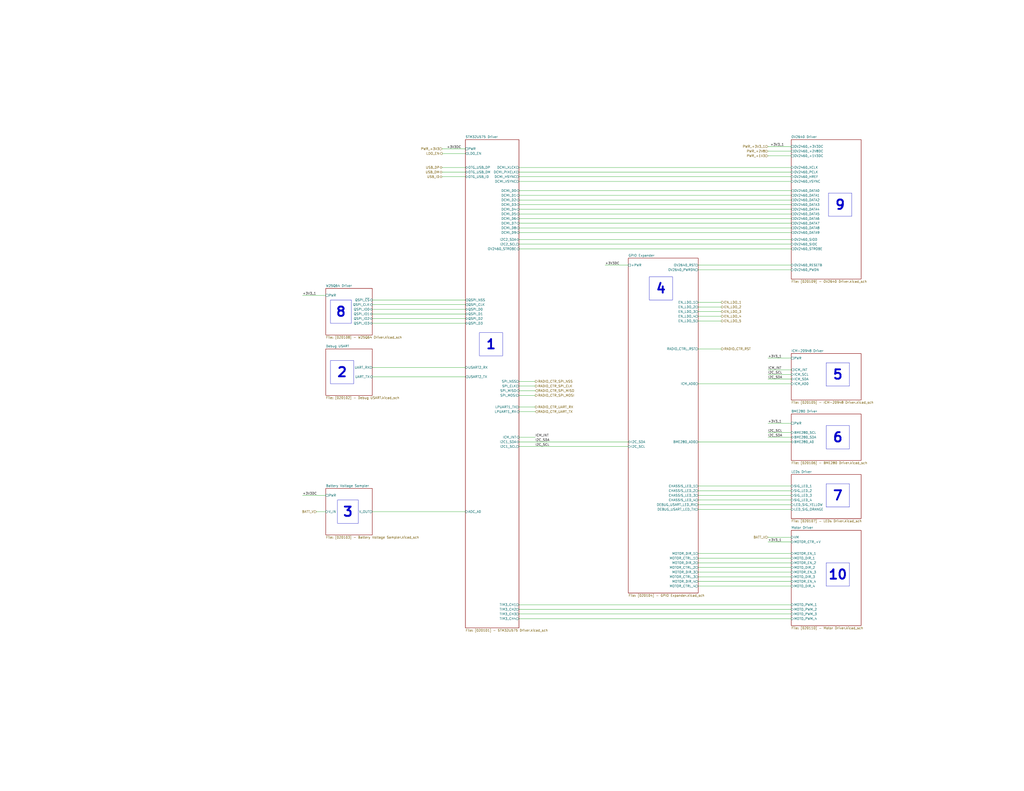
<source format=kicad_sch>
(kicad_sch
	(version 20231120)
	(generator "eeschema")
	(generator_version "8.0")
	(uuid "a042b1f2-44b3-43ca-b526-8268af8e5954")
	(paper "C")
	(title_block
		(title "Quadcopter")
		(date "2024-03-17")
		(rev "01")
		(company "Mend0z0")
		(comment 1 "01")
		(comment 2 "PRELIMINARY")
		(comment 3 "Siavash Taher Parvar")
		(comment 8 "N/A")
		(comment 9 "First Version")
	)
	(lib_symbols)
	(wire
		(pts
			(xy 381 170.18) (xy 393.7 170.18)
		)
		(stroke
			(width 0)
			(type default)
		)
		(uuid "0391d7b7-e8a2-4b6a-b879-d9ca4650c2db")
	)
	(wire
		(pts
			(xy 381 147.32) (xy 431.8 147.32)
		)
		(stroke
			(width 0)
			(type default)
		)
		(uuid "05df4c11-6933-48d8-92f2-1b872fa95e31")
	)
	(wire
		(pts
			(xy 283.21 133.35) (xy 431.8 133.35)
		)
		(stroke
			(width 0)
			(type default)
		)
		(uuid "0c7fcc01-84a1-4ef5-ad66-fcba27b0f3d0")
	)
	(wire
		(pts
			(xy 283.21 238.76) (xy 292.1 238.76)
		)
		(stroke
			(width 0)
			(type default)
		)
		(uuid "0ccf834d-1fd6-4748-a521-be4652660508")
	)
	(wire
		(pts
			(xy 241.3 91.44) (xy 254 91.44)
		)
		(stroke
			(width 0)
			(type default)
		)
		(uuid "0e572927-bed1-40b7-b0e0-b063f3cc93e7")
	)
	(wire
		(pts
			(xy 419.1 201.93) (xy 431.8 201.93)
		)
		(stroke
			(width 0)
			(type default)
		)
		(uuid "159a2b00-d996-4859-8522-4e6cf7bbc7ea")
	)
	(wire
		(pts
			(xy 381 309.88) (xy 431.8 309.88)
		)
		(stroke
			(width 0)
			(type default)
		)
		(uuid "1c999364-1b63-416d-a333-907e2b9cf02c")
	)
	(wire
		(pts
			(xy 283.21 210.82) (xy 292.1 210.82)
		)
		(stroke
			(width 0)
			(type default)
		)
		(uuid "1cb6ecd1-4e46-4269-b14d-fed15ab34912")
	)
	(wire
		(pts
			(xy 283.21 104.14) (xy 431.8 104.14)
		)
		(stroke
			(width 0)
			(type default)
		)
		(uuid "2282fb93-f09f-44e8-a445-98f2f965c8af")
	)
	(wire
		(pts
			(xy 241.3 93.98) (xy 254 93.98)
		)
		(stroke
			(width 0)
			(type default)
		)
		(uuid "233d9d78-bde9-483a-92fe-db5c50350067")
	)
	(wire
		(pts
			(xy 283.21 116.84) (xy 431.8 116.84)
		)
		(stroke
			(width 0)
			(type default)
		)
		(uuid "24abf305-6e26-44de-b441-59766ba672cd")
	)
	(wire
		(pts
			(xy 283.21 215.9) (xy 292.1 215.9)
		)
		(stroke
			(width 0)
			(type default)
		)
		(uuid "2609ba8a-3bfc-4b31-a0a2-a80a4a39774c")
	)
	(wire
		(pts
			(xy 419.1 207.01) (xy 431.8 207.01)
		)
		(stroke
			(width 0)
			(type default)
		)
		(uuid "2862980a-1a46-4694-ab6b-714d61052e21")
	)
	(wire
		(pts
			(xy 330.2 144.78) (xy 342.9 144.78)
		)
		(stroke
			(width 0)
			(type default)
		)
		(uuid "2d4bbef0-aa9c-4261-90ff-c292081328ce")
	)
	(wire
		(pts
			(xy 283.21 91.44) (xy 431.8 91.44)
		)
		(stroke
			(width 0)
			(type default)
		)
		(uuid "2dd7152d-1b98-4a38-abbe-3681c17cb926")
	)
	(wire
		(pts
			(xy 381 273.05) (xy 431.8 273.05)
		)
		(stroke
			(width 0)
			(type default)
		)
		(uuid "31b909e9-8fcd-4399-a9e9-74e1cd84fb49")
	)
	(wire
		(pts
			(xy 283.21 114.3) (xy 431.8 114.3)
		)
		(stroke
			(width 0)
			(type default)
		)
		(uuid "32190952-91d1-4d15-8acf-024915c900ae")
	)
	(wire
		(pts
			(xy 283.21 111.76) (xy 431.8 111.76)
		)
		(stroke
			(width 0)
			(type default)
		)
		(uuid "32a937ae-9ee5-4455-a79b-4d4d2afbe057")
	)
	(wire
		(pts
			(xy 381 144.78) (xy 431.8 144.78)
		)
		(stroke
			(width 0)
			(type default)
		)
		(uuid "340b4515-c7ec-489b-9ab1-e6489140d978")
	)
	(wire
		(pts
			(xy 381 167.64) (xy 393.7 167.64)
		)
		(stroke
			(width 0)
			(type default)
		)
		(uuid "37ee3c56-2497-4938-a195-a5fc6004d711")
	)
	(wire
		(pts
			(xy 283.21 109.22) (xy 431.8 109.22)
		)
		(stroke
			(width 0)
			(type default)
		)
		(uuid "3b636fb1-03da-473b-8e2c-d7bf8975ee0d")
	)
	(wire
		(pts
			(xy 203.2 173.99) (xy 254 173.99)
		)
		(stroke
			(width 0)
			(type default)
		)
		(uuid "3dd1c527-f9f2-46f8-b83c-cbf0bea48f79")
	)
	(wire
		(pts
			(xy 419.1 85.09) (xy 431.8 85.09)
		)
		(stroke
			(width 0)
			(type default)
		)
		(uuid "3fd4d969-406e-4347-be99-c8e1677f7c37")
	)
	(wire
		(pts
			(xy 172.72 279.4) (xy 177.8 279.4)
		)
		(stroke
			(width 0)
			(type default)
		)
		(uuid "42f00946-72af-4542-9e6f-958943e2528c")
	)
	(wire
		(pts
			(xy 419.1 82.55) (xy 431.8 82.55)
		)
		(stroke
			(width 0)
			(type default)
		)
		(uuid "45b8a1d4-fb94-45f8-aa4e-8e427b5c8603")
	)
	(wire
		(pts
			(xy 381 190.5) (xy 393.7 190.5)
		)
		(stroke
			(width 0)
			(type default)
		)
		(uuid "45b9d3b3-718e-46d9-a9fa-c192b3022df1")
	)
	(wire
		(pts
			(xy 381 172.72) (xy 393.7 172.72)
		)
		(stroke
			(width 0)
			(type default)
		)
		(uuid "45cf62ef-cff3-4ca5-9e9f-f91c75cdded1")
	)
	(wire
		(pts
			(xy 283.21 208.28) (xy 292.1 208.28)
		)
		(stroke
			(width 0)
			(type default)
		)
		(uuid "46901004-fec1-4632-b5af-d0e3ecbfe7c7")
	)
	(wire
		(pts
			(xy 381 278.13) (xy 431.8 278.13)
		)
		(stroke
			(width 0)
			(type default)
		)
		(uuid "521156e7-2aef-43a8-850a-4fe82e2c1941")
	)
	(wire
		(pts
			(xy 419.1 238.76) (xy 431.8 238.76)
		)
		(stroke
			(width 0)
			(type default)
		)
		(uuid "58210d8e-e36d-401b-b5dd-087b5b530e42")
	)
	(wire
		(pts
			(xy 419.1 195.58) (xy 431.8 195.58)
		)
		(stroke
			(width 0)
			(type default)
		)
		(uuid "594ef1bf-5f56-4f2c-90a3-c9caa23db1e7")
	)
	(wire
		(pts
			(xy 381 302.26) (xy 431.8 302.26)
		)
		(stroke
			(width 0)
			(type default)
		)
		(uuid "5a06c659-bfff-4f67-aa0d-9c7184039af1")
	)
	(wire
		(pts
			(xy 381 241.3) (xy 431.8 241.3)
		)
		(stroke
			(width 0)
			(type default)
		)
		(uuid "5b574416-65cd-4715-9a8c-355035b5b15a")
	)
	(wire
		(pts
			(xy 283.21 335.28) (xy 431.8 335.28)
		)
		(stroke
			(width 0)
			(type default)
		)
		(uuid "5c42f8d9-891c-400f-b59b-a9ce19ced130")
	)
	(wire
		(pts
			(xy 241.3 96.52) (xy 254 96.52)
		)
		(stroke
			(width 0)
			(type default)
		)
		(uuid "5cf78186-b1b3-4bf8-ab13-eecbfa4ea511")
	)
	(wire
		(pts
			(xy 283.21 121.92) (xy 431.8 121.92)
		)
		(stroke
			(width 0)
			(type default)
		)
		(uuid "622aebca-2582-4b3c-9b57-6b3ac6559582")
	)
	(wire
		(pts
			(xy 419.1 204.47) (xy 431.8 204.47)
		)
		(stroke
			(width 0)
			(type default)
		)
		(uuid "625d46ba-1608-482f-bf44-decf3e372c42")
	)
	(wire
		(pts
			(xy 241.3 83.82) (xy 254 83.82)
		)
		(stroke
			(width 0)
			(type default)
		)
		(uuid "66c4ab7d-7490-4f08-be34-a371cae7a08c")
	)
	(wire
		(pts
			(xy 419.1 231.14) (xy 431.8 231.14)
		)
		(stroke
			(width 0)
			(type default)
		)
		(uuid "71c8e92b-72d3-44d5-b9ec-4dd372b3d2a5")
	)
	(wire
		(pts
			(xy 283.21 106.68) (xy 431.8 106.68)
		)
		(stroke
			(width 0)
			(type default)
		)
		(uuid "721192de-1d0e-43aa-bdff-43a678506e57")
	)
	(wire
		(pts
			(xy 283.21 96.52) (xy 431.8 96.52)
		)
		(stroke
			(width 0)
			(type default)
		)
		(uuid "7304feac-91a8-4c18-8d8b-6f669f0adb8d")
	)
	(wire
		(pts
			(xy 381 317.5) (xy 431.8 317.5)
		)
		(stroke
			(width 0)
			(type default)
		)
		(uuid "824c48e8-ab53-4685-8a02-63855c244e90")
	)
	(wire
		(pts
			(xy 283.21 119.38) (xy 431.8 119.38)
		)
		(stroke
			(width 0)
			(type default)
		)
		(uuid "83bcb88f-df24-447c-8f28-a4ac9a421b3a")
	)
	(wire
		(pts
			(xy 381 265.43) (xy 431.8 265.43)
		)
		(stroke
			(width 0)
			(type default)
		)
		(uuid "87625a0d-86ec-4bef-9a20-41a460c72353")
	)
	(wire
		(pts
			(xy 381 312.42) (xy 431.8 312.42)
		)
		(stroke
			(width 0)
			(type default)
		)
		(uuid "8c582941-a862-450c-b34a-ca5919cc5cf1")
	)
	(wire
		(pts
			(xy 381 270.51) (xy 431.8 270.51)
		)
		(stroke
			(width 0)
			(type default)
		)
		(uuid "8caecbf1-7238-4bf0-bf2d-35ab1f318dcd")
	)
	(wire
		(pts
			(xy 381 165.1) (xy 393.7 165.1)
		)
		(stroke
			(width 0)
			(type default)
		)
		(uuid "8df277c7-4b07-4155-bb5a-26d8faed3781")
	)
	(wire
		(pts
			(xy 165.1 270.51) (xy 177.8 270.51)
		)
		(stroke
			(width 0)
			(type default)
		)
		(uuid "9844b852-54d8-4239-a24d-9deeafb3eb69")
	)
	(wire
		(pts
			(xy 381 314.96) (xy 431.8 314.96)
		)
		(stroke
			(width 0)
			(type default)
		)
		(uuid "a0ac0bc6-ea28-41d5-bc74-bf257f92d2dd")
	)
	(wire
		(pts
			(xy 381 304.8) (xy 431.8 304.8)
		)
		(stroke
			(width 0)
			(type default)
		)
		(uuid "a52927e9-cf65-41df-9611-e3be57a29409")
	)
	(wire
		(pts
			(xy 165.1 161.29) (xy 177.8 161.29)
		)
		(stroke
			(width 0)
			(type default)
		)
		(uuid "adb3c7ac-cc31-4fc8-87e5-328694354c05")
	)
	(wire
		(pts
			(xy 283.21 243.84) (xy 342.9 243.84)
		)
		(stroke
			(width 0)
			(type default)
		)
		(uuid "b13c8562-40b6-43ac-8aad-dfe7fde091ef")
	)
	(wire
		(pts
			(xy 203.2 200.66) (xy 254 200.66)
		)
		(stroke
			(width 0)
			(type default)
		)
		(uuid "b227c2f7-4f44-4809-94f4-197ba19a6390")
	)
	(wire
		(pts
			(xy 283.21 99.06) (xy 431.8 99.06)
		)
		(stroke
			(width 0)
			(type default)
		)
		(uuid "b758d2fe-ee8b-4ee3-94ea-763d476644d1")
	)
	(wire
		(pts
			(xy 381 267.97) (xy 431.8 267.97)
		)
		(stroke
			(width 0)
			(type default)
		)
		(uuid "b98f84f4-f9b0-4861-853d-86b8c4010dfd")
	)
	(wire
		(pts
			(xy 283.21 130.81) (xy 431.8 130.81)
		)
		(stroke
			(width 0)
			(type default)
		)
		(uuid "b9fb289a-5d57-48d4-8e2a-c2633e63f4d9")
	)
	(wire
		(pts
			(xy 381 320.04) (xy 431.8 320.04)
		)
		(stroke
			(width 0)
			(type default)
		)
		(uuid "ba406771-ad6c-4099-a2fa-71ad42bd831d")
	)
	(wire
		(pts
			(xy 283.21 224.79) (xy 292.1 224.79)
		)
		(stroke
			(width 0)
			(type default)
		)
		(uuid "bd98014b-e3f4-4084-b826-a8c160869f33")
	)
	(wire
		(pts
			(xy 283.21 330.2) (xy 431.8 330.2)
		)
		(stroke
			(width 0)
			(type default)
		)
		(uuid "bf0246d9-e150-43e7-b6ce-fce5dc7f48c6")
	)
	(wire
		(pts
			(xy 381 209.55) (xy 431.8 209.55)
		)
		(stroke
			(width 0)
			(type default)
		)
		(uuid "bfdd9c66-a41c-4c7f-83fa-3051ef14373d")
	)
	(wire
		(pts
			(xy 203.2 168.91) (xy 254 168.91)
		)
		(stroke
			(width 0)
			(type default)
		)
		(uuid "c363ad69-254a-4b50-ac67-a0f36ea07196")
	)
	(wire
		(pts
			(xy 203.2 205.74) (xy 254 205.74)
		)
		(stroke
			(width 0)
			(type default)
		)
		(uuid "c7ec565f-a042-4043-b903-b20dea69c513")
	)
	(wire
		(pts
			(xy 283.21 337.82) (xy 431.8 337.82)
		)
		(stroke
			(width 0)
			(type default)
		)
		(uuid "c8ebb576-d576-444b-bbfd-30eafb28fa67")
	)
	(wire
		(pts
			(xy 203.2 166.37) (xy 254 166.37)
		)
		(stroke
			(width 0)
			(type default)
		)
		(uuid "c9901e23-4189-478f-9695-5eafe417f28a")
	)
	(wire
		(pts
			(xy 203.2 163.83) (xy 254 163.83)
		)
		(stroke
			(width 0)
			(type default)
		)
		(uuid "ce0685da-6d15-4485-8f24-8511e13cfc31")
	)
	(wire
		(pts
			(xy 283.21 93.98) (xy 431.8 93.98)
		)
		(stroke
			(width 0)
			(type default)
		)
		(uuid "cf0e0746-75d0-4e9e-9dc7-0243ceffd078")
	)
	(wire
		(pts
			(xy 283.21 241.3) (xy 342.9 241.3)
		)
		(stroke
			(width 0)
			(type default)
		)
		(uuid "d3da8ef2-4cdf-4f4f-8e98-246da4161668")
	)
	(wire
		(pts
			(xy 381 175.26) (xy 393.7 175.26)
		)
		(stroke
			(width 0)
			(type default)
		)
		(uuid "e04efef8-6410-4be3-8e3a-88ee005147c0")
	)
	(wire
		(pts
			(xy 283.21 213.36) (xy 292.1 213.36)
		)
		(stroke
			(width 0)
			(type default)
		)
		(uuid "e0c78acb-14d5-4bcb-9cc1-6331559061f8")
	)
	(wire
		(pts
			(xy 419.1 293.37) (xy 431.8 293.37)
		)
		(stroke
			(width 0)
			(type default)
		)
		(uuid "e22bfc92-5579-4e86-a9de-f4f0149b40c1")
	)
	(wire
		(pts
			(xy 283.21 124.46) (xy 431.8 124.46)
		)
		(stroke
			(width 0)
			(type default)
		)
		(uuid "e5cf0b73-29a1-47e8-b048-d84aa433534a")
	)
	(wire
		(pts
			(xy 419.1 295.91) (xy 431.8 295.91)
		)
		(stroke
			(width 0)
			(type default)
		)
		(uuid "e6c366a2-6276-4f16-8d3d-44a62762f917")
	)
	(wire
		(pts
			(xy 381 307.34) (xy 431.8 307.34)
		)
		(stroke
			(width 0)
			(type default)
		)
		(uuid "e6e003a0-4f65-4616-bc64-00d56b6d2252")
	)
	(wire
		(pts
			(xy 203.2 279.4) (xy 254 279.4)
		)
		(stroke
			(width 0)
			(type default)
		)
		(uuid "e7322cb1-cdc9-4f0a-bdb0-643cda641c77")
	)
	(wire
		(pts
			(xy 419.1 236.22) (xy 431.8 236.22)
		)
		(stroke
			(width 0)
			(type default)
		)
		(uuid "eb487746-dad9-4168-922e-81215d086b73")
	)
	(wire
		(pts
			(xy 419.1 80.01) (xy 431.8 80.01)
		)
		(stroke
			(width 0)
			(type default)
		)
		(uuid "ed3a4a0d-7337-401e-9b1d-3b68602d51cd")
	)
	(wire
		(pts
			(xy 283.21 332.74) (xy 431.8 332.74)
		)
		(stroke
			(width 0)
			(type default)
		)
		(uuid "f32ee8b5-705d-42d1-b33a-46395e5d342c")
	)
	(wire
		(pts
			(xy 203.2 171.45) (xy 254 171.45)
		)
		(stroke
			(width 0)
			(type default)
		)
		(uuid "f413a649-fe02-4cb7-9d7a-64cbd1f16920")
	)
	(wire
		(pts
			(xy 203.2 176.53) (xy 254 176.53)
		)
		(stroke
			(width 0)
			(type default)
		)
		(uuid "f62b743a-1198-4d9d-acd5-23596a0a0e6e")
	)
	(wire
		(pts
			(xy 381 275.59) (xy 431.8 275.59)
		)
		(stroke
			(width 0)
			(type default)
		)
		(uuid "f7a76bea-084f-4d7e-a82d-9a8fb19f3e1c")
	)
	(wire
		(pts
			(xy 241.3 81.28) (xy 254 81.28)
		)
		(stroke
			(width 0)
			(type default)
		)
		(uuid "f85398a6-f500-4b5b-a9e4-75729117ce9b")
	)
	(wire
		(pts
			(xy 283.21 127) (xy 431.8 127)
		)
		(stroke
			(width 0)
			(type default)
		)
		(uuid "f8adfee1-b96e-4905-b8ed-a8de9669bcbf")
	)
	(wire
		(pts
			(xy 283.21 222.25) (xy 292.1 222.25)
		)
		(stroke
			(width 0)
			(type default)
		)
		(uuid "f9db8baa-8fae-48cc-b29d-fb6233d7a880")
	)
	(wire
		(pts
			(xy 283.21 135.89) (xy 431.8 135.89)
		)
		(stroke
			(width 0)
			(type default)
		)
		(uuid "fbe791cd-c5ef-4287-bfa6-46fc4bd52231")
	)
	(text_box "2"
		(exclude_from_sim no)
		(at 180.34 196.85 0)
		(size 12.7 12.7)
		(stroke
			(width 0)
			(type default)
		)
		(fill
			(type none)
		)
		(effects
			(font
				(size 5.08 5.08)
				(thickness 1.016)
				(bold yes)
			)
		)
		(uuid "22c11d91-2b9d-4a9b-8683-eb2b18cbc842")
	)
	(text_box "5"
		(exclude_from_sim no)
		(at 450.85 198.12 0)
		(size 12.7 12.7)
		(stroke
			(width 0)
			(type default)
		)
		(fill
			(type none)
		)
		(effects
			(font
				(size 5.08 5.08)
				(thickness 1.016)
				(bold yes)
			)
		)
		(uuid "8b12ae0a-a472-4912-94f6-203be66d2329")
	)
	(text_box "10"
		(exclude_from_sim no)
		(at 450.85 307.34 0)
		(size 12.7 12.7)
		(stroke
			(width 0)
			(type default)
		)
		(fill
			(type none)
		)
		(effects
			(font
				(size 5.08 5.08)
				(thickness 1.016)
				(bold yes)
			)
		)
		(uuid "9efde092-497a-448c-9cf4-d18f9dd011c3")
	)
	(text_box "9"
		(exclude_from_sim no)
		(at 452.12 105.41 0)
		(size 12.7 12.7)
		(stroke
			(width 0)
			(type default)
		)
		(fill
			(type none)
		)
		(effects
			(font
				(size 5.08 5.08)
				(thickness 1.016)
				(bold yes)
			)
		)
		(uuid "a65f60c8-dbcd-45b5-8767-8cf8288db5cd")
	)
	(text_box "1"
		(exclude_from_sim no)
		(at 261.62 181.61 0)
		(size 12.7 12.7)
		(stroke
			(width 0)
			(type default)
		)
		(fill
			(type none)
		)
		(effects
			(font
				(size 5.08 5.08)
				(thickness 1.016)
				(bold yes)
			)
		)
		(uuid "b7952802-61d4-4aca-8726-7c165ca78347")
	)
	(text_box "4"
		(exclude_from_sim no)
		(at 354.33 151.13 0)
		(size 12.7 12.7)
		(stroke
			(width 0)
			(type default)
		)
		(fill
			(type none)
		)
		(effects
			(font
				(size 5.08 5.08)
				(thickness 1.016)
				(bold yes)
			)
		)
		(uuid "cdb07b9e-d28d-4315-bf5c-521c8fd173e4")
	)
	(text_box "6"
		(exclude_from_sim no)
		(at 450.85 232.41 0)
		(size 12.7 12.7)
		(stroke
			(width 0)
			(type default)
		)
		(fill
			(type none)
		)
		(effects
			(font
				(size 5.08 5.08)
				(thickness 1.016)
				(bold yes)
			)
		)
		(uuid "d5aa30ec-e528-4c75-a673-b04b683813e8")
	)
	(text_box "8"
		(exclude_from_sim no)
		(at 180.34 163.83 0)
		(size 11.43 12.7)
		(stroke
			(width 0)
			(type default)
		)
		(fill
			(type none)
		)
		(effects
			(font
				(size 5.08 5.08)
				(thickness 1.016)
				(bold yes)
			)
		)
		(uuid "df59353d-8e78-4438-ae5b-c68a2bbeca18")
	)
	(text_box "3"
		(exclude_from_sim no)
		(at 184.15 273.05 0)
		(size 11.43 12.7)
		(stroke
			(width 0)
			(type default)
		)
		(fill
			(type none)
		)
		(effects
			(font
				(size 5.08 5.08)
				(thickness 1.016)
				(bold yes)
			)
		)
		(uuid "e94d2b75-8c7b-4ab1-b9db-1c21d4f65b8b")
	)
	(text_box "7"
		(exclude_from_sim no)
		(at 450.85 264.16 0)
		(size 12.7 12.7)
		(stroke
			(width 0)
			(type default)
		)
		(fill
			(type none)
		)
		(effects
			(font
				(size 5.08 5.08)
				(thickness 1.016)
				(bold yes)
			)
		)
		(uuid "e98305f1-f4f0-44a3-9032-5493d5484f2e")
	)
	(label "+3V3_1"
		(at 419.1 195.58 0)
		(fields_autoplaced yes)
		(effects
			(font
				(size 1.27 1.27)
			)
			(justify left bottom)
		)
		(uuid "07fe95e9-e3ec-49b3-86f8-db4b3f7afb8c")
	)
	(label "+3V3_1"
		(at 419.1 231.14 0)
		(fields_autoplaced yes)
		(effects
			(font
				(size 1.27 1.27)
			)
			(justify left bottom)
		)
		(uuid "1c807f11-7a46-4796-86b6-4f82848fb6c3")
	)
	(label "I2C_SCL"
		(at 292.1 243.84 0)
		(fields_autoplaced yes)
		(effects
			(font
				(size 1.27 1.27)
			)
			(justify left bottom)
		)
		(uuid "2cc913e4-e2a7-4051-9958-e70f64eee91c")
	)
	(label "ICM_INT"
		(at 419.1 201.93 0)
		(fields_autoplaced yes)
		(effects
			(font
				(size 1.27 1.27)
			)
			(justify left bottom)
		)
		(uuid "2ff741e9-0002-4a7a-8640-993ea77141e3")
	)
	(label "+3V3DC"
		(at 330.2 144.78 0)
		(fields_autoplaced yes)
		(effects
			(font
				(size 1.27 1.27)
			)
			(justify left bottom)
		)
		(uuid "415de365-3faa-4d89-ab83-74a9fc3c5445")
	)
	(label "I2C_SCL"
		(at 419.1 236.22 0)
		(fields_autoplaced yes)
		(effects
			(font
				(size 1.27 1.27)
			)
			(justify left bottom)
		)
		(uuid "440334b1-d90e-4cca-8019-abb3f30fa573")
	)
	(label "+3V3_1"
		(at 165.1 161.29 0)
		(fields_autoplaced yes)
		(effects
			(font
				(size 1.27 1.27)
			)
			(justify left bottom)
		)
		(uuid "74809ea0-bf4a-4bbc-a6eb-fe02aa63ef0c")
	)
	(label "I2C_SDA"
		(at 292.1 241.3 0)
		(fields_autoplaced yes)
		(effects
			(font
				(size 1.27 1.27)
			)
			(justify left bottom)
		)
		(uuid "8593bb7a-d674-4baf-a9ac-6b03ec210c50")
	)
	(label "I2C_SDA"
		(at 419.1 207.01 0)
		(fields_autoplaced yes)
		(effects
			(font
				(size 1.27 1.27)
			)
			(justify left bottom)
		)
		(uuid "992c3745-cfe3-4b61-a6e2-737b9290d6a7")
	)
	(label "+3V3DC"
		(at 165.1 270.51 0)
		(fields_autoplaced yes)
		(effects
			(font
				(size 1.27 1.27)
			)
			(justify left bottom)
		)
		(uuid "a7dc5e34-dbe5-4167-b9ed-5061dd2b1b32")
	)
	(label "+3V3_1"
		(at 419.1 295.91 0)
		(fields_autoplaced yes)
		(effects
			(font
				(size 1.27 1.27)
			)
			(justify left bottom)
		)
		(uuid "ab6b55f0-facf-4eba-9031-305a5aa3d7a5")
	)
	(label "+3V3DC"
		(at 243.84 81.28 0)
		(fields_autoplaced yes)
		(effects
			(font
				(size 1.27 1.27)
			)
			(justify left bottom)
		)
		(uuid "b0c88b89-a816-4a05-9b5b-a25deb6fba76")
	)
	(label "I2C_SCL"
		(at 419.1 204.47 0)
		(fields_autoplaced yes)
		(effects
			(font
				(size 1.27 1.27)
			)
			(justify left bottom)
		)
		(uuid "d281659d-cf65-4184-9e3b-d8b79ff1f644")
	)
	(label "ICM_INT"
		(at 292.1 238.76 0)
		(fields_autoplaced yes)
		(effects
			(font
				(size 1.27 1.27)
			)
			(justify left bottom)
		)
		(uuid "dd5e62cc-dacc-4475-8b72-662a88365760")
	)
	(label "I2C_SDA"
		(at 419.1 238.76 0)
		(fields_autoplaced yes)
		(effects
			(font
				(size 1.27 1.27)
			)
			(justify left bottom)
		)
		(uuid "f1c20b89-f22e-4e4b-8c53-71dbc1a6634d")
	)
	(label "+3V3_1"
		(at 420.37 80.01 0)
		(fields_autoplaced yes)
		(effects
			(font
				(size 1.27 1.27)
			)
			(justify left bottom)
		)
		(uuid "facc34e7-25db-4656-8e62-975c056a8e53")
	)
	(hierarchical_label "RADIO_CTR_SPI_NSS"
		(shape output)
		(at 292.1 208.28 0)
		(fields_autoplaced yes)
		(effects
			(font
				(size 1.27 1.27)
			)
			(justify left)
		)
		(uuid "01233956-6c46-426d-b68e-23459816a05b")
	)
	(hierarchical_label "RADIO_CTR_SPI_MISO"
		(shape input)
		(at 292.1 213.36 0)
		(fields_autoplaced yes)
		(effects
			(font
				(size 1.27 1.27)
			)
			(justify left)
		)
		(uuid "042aabe4-2b99-4f3e-9428-cbb30bbcf92f")
	)
	(hierarchical_label "USB_DP"
		(shape bidirectional)
		(at 241.3 91.44 180)
		(fields_autoplaced yes)
		(effects
			(font
				(size 1.27 1.27)
			)
			(justify right)
		)
		(uuid "10ecdbda-5d1c-4e93-b3a3-cbc2733d7104")
	)
	(hierarchical_label "RADIO_CTR_SPI_MOSI"
		(shape output)
		(at 292.1 215.9 0)
		(fields_autoplaced yes)
		(effects
			(font
				(size 1.27 1.27)
			)
			(justify left)
		)
		(uuid "1d9d5ad2-d2a4-4283-b872-f26898302b77")
	)
	(hierarchical_label "PWR_+3V3"
		(shape input)
		(at 241.3 81.28 180)
		(fields_autoplaced yes)
		(effects
			(font
				(size 1.27 1.27)
			)
			(justify right)
		)
		(uuid "2eb75a7b-c074-4a63-8240-4b2216fd29fb")
	)
	(hierarchical_label "USB_DM"
		(shape bidirectional)
		(at 241.3 93.98 180)
		(fields_autoplaced yes)
		(effects
			(font
				(size 1.27 1.27)
			)
			(justify right)
		)
		(uuid "352e634d-a718-418e-a2c2-d7b4c31906de")
	)
	(hierarchical_label "EN_LDO_5"
		(shape output)
		(at 393.7 175.26 0)
		(fields_autoplaced yes)
		(effects
			(font
				(size 1.27 1.27)
			)
			(justify left)
		)
		(uuid "3881d3b7-d592-46f1-8fe2-959d4565bf5f")
	)
	(hierarchical_label "RADIO_CTR_UART_TX"
		(shape input)
		(at 292.1 224.79 0)
		(fields_autoplaced yes)
		(effects
			(font
				(size 1.27 1.27)
			)
			(justify left)
		)
		(uuid "3fe4366c-401d-4652-a233-cdadad2376e9")
	)
	(hierarchical_label "BATT_V"
		(shape input)
		(at 419.1 293.37 180)
		(fields_autoplaced yes)
		(effects
			(font
				(size 1.27 1.27)
			)
			(justify right)
		)
		(uuid "46f21570-6acf-41d5-aae7-6994a13109b0")
	)
	(hierarchical_label "USB_ID"
		(shape bidirectional)
		(at 241.3 96.52 180)
		(fields_autoplaced yes)
		(effects
			(font
				(size 1.27 1.27)
			)
			(justify right)
		)
		(uuid "4eb60121-7f6c-4fef-9fa9-6e605cb59ba9")
	)
	(hierarchical_label "EN_LDO_1"
		(shape output)
		(at 393.7 165.1 0)
		(fields_autoplaced yes)
		(effects
			(font
				(size 1.27 1.27)
			)
			(justify left)
		)
		(uuid "57977fdd-7e65-4dfb-a940-41d9349a24ae")
	)
	(hierarchical_label "BATT_V"
		(shape input)
		(at 172.72 279.4 180)
		(fields_autoplaced yes)
		(effects
			(font
				(size 1.27 1.27)
			)
			(justify right)
		)
		(uuid "58fc2eb4-9eaf-4d58-93b2-5b2c6b599052")
	)
	(hierarchical_label "EN_LDO_2"
		(shape output)
		(at 393.7 167.64 0)
		(fields_autoplaced yes)
		(effects
			(font
				(size 1.27 1.27)
			)
			(justify left)
		)
		(uuid "5905fb4f-2fa3-4c81-97f5-a4b40b4d5f9e")
	)
	(hierarchical_label "PWR_+3V3_1"
		(shape input)
		(at 419.1 80.01 180)
		(fields_autoplaced yes)
		(effects
			(font
				(size 1.27 1.27)
			)
			(justify right)
		)
		(uuid "67ea35da-4cf6-4711-a6f1-f7156d7df33f")
	)
	(hierarchical_label "PWR_+1V3"
		(shape input)
		(at 419.1 85.09 180)
		(fields_autoplaced yes)
		(effects
			(font
				(size 1.27 1.27)
			)
			(justify right)
		)
		(uuid "72e486c5-7cb1-4718-a7cc-36ff77f3e731")
	)
	(hierarchical_label "EN_LDO_3"
		(shape output)
		(at 393.7 170.18 0)
		(fields_autoplaced yes)
		(effects
			(font
				(size 1.27 1.27)
			)
			(justify left)
		)
		(uuid "76f0115d-7a2a-4f8e-a963-6fd17f68af0d")
	)
	(hierarchical_label "RADIO_CTR_UART_RX"
		(shape output)
		(at 292.1 222.25 0)
		(fields_autoplaced yes)
		(effects
			(font
				(size 1.27 1.27)
			)
			(justify left)
		)
		(uuid "88e694e0-32f0-4e08-875e-2f0e822b44a5")
	)
	(hierarchical_label "RADIO_CTR_RST"
		(shape output)
		(at 393.7 190.5 0)
		(fields_autoplaced yes)
		(effects
			(font
				(size 1.27 1.27)
			)
			(justify left)
		)
		(uuid "952b1322-a7ad-4221-85bd-cab2c2dfd608")
	)
	(hierarchical_label "EN_LDO_4"
		(shape output)
		(at 393.7 172.72 0)
		(fields_autoplaced yes)
		(effects
			(font
				(size 1.27 1.27)
			)
			(justify left)
		)
		(uuid "a4ba7727-cd5c-4181-9325-bd7151f1bf74")
	)
	(hierarchical_label "PWR_+2V8"
		(shape input)
		(at 419.1 82.55 180)
		(fields_autoplaced yes)
		(effects
			(font
				(size 1.27 1.27)
			)
			(justify right)
		)
		(uuid "c5610668-6bf6-463d-87ae-5cfcdeb19d2c")
	)
	(hierarchical_label "LDO_EN"
		(shape output)
		(at 241.3 83.82 180)
		(fields_autoplaced yes)
		(effects
			(font
				(size 1.27 1.27)
			)
			(justify right)
		)
		(uuid "cb0a26b8-308f-4d91-90cc-60993d78784a")
	)
	(hierarchical_label "RADIO_CTR_SPI_CLK"
		(shape output)
		(at 292.1 210.82 0)
		(fields_autoplaced yes)
		(effects
			(font
				(size 1.27 1.27)
			)
			(justify left)
		)
		(uuid "f6aafd0c-72e9-4944-bdd3-b11c60957618")
	)
	(sheet
		(at 431.8 259.08)
		(size 38.1 24.13)
		(fields_autoplaced yes)
		(stroke
			(width 0.1524)
			(type solid)
		)
		(fill
			(color 0 0 0 0.0000)
		)
		(uuid "18b6f30a-cfd9-47dd-912b-fd9e3d81f3b7")
		(property "Sheetname" "LEDs Driver"
			(at 431.8 258.3684 0)
			(effects
				(font
					(size 1.27 1.27)
				)
				(justify left bottom)
			)
		)
		(property "Sheetfile" "[020107] - LEDs Driver.kicad_sch"
			(at 431.8 283.7946 0)
			(effects
				(font
					(size 1.27 1.27)
				)
				(justify left top)
			)
		)
		(pin "LED_SIG_ORANGE" input
			(at 431.8 278.13 180)
			(effects
				(font
					(size 1.27 1.27)
				)
				(justify left)
			)
			(uuid "a3d174d4-9b19-4bff-a0ef-38d3c38795b6")
		)
		(pin "SIG_LED_4" input
			(at 431.8 273.05 180)
			(effects
				(font
					(size 1.27 1.27)
				)
				(justify left)
			)
			(uuid "73150188-89ff-41d6-821d-860cbb7894fc")
		)
		(pin "SIG_LED_1" input
			(at 431.8 265.43 180)
			(effects
				(font
					(size 1.27 1.27)
				)
				(justify left)
			)
			(uuid "a0b651f1-74dd-4ccb-96b2-cb310af108e1")
		)
		(pin "SIG_LED_2" input
			(at 431.8 267.97 180)
			(effects
				(font
					(size 1.27 1.27)
				)
				(justify left)
			)
			(uuid "d118074c-5903-40fc-9464-f3335c6748b8")
		)
		(pin "SIG_LED_3" input
			(at 431.8 270.51 180)
			(effects
				(font
					(size 1.27 1.27)
				)
				(justify left)
			)
			(uuid "63c43014-536a-47a4-8b0e-8fa143560a87")
		)
		(pin "LED_SIG_YELLOW" input
			(at 431.8 275.59 180)
			(effects
				(font
					(size 1.27 1.27)
				)
				(justify left)
			)
			(uuid "1f0bc9b1-98e6-434c-a638-1d704356c63a")
		)
		(instances
			(project "_Sub_HW_Qcopter"
				(path "/b8703f06-b3da-4de2-b217-f104939b36e8/6184e84e-040e-4878-8152-76cf0b949e21/e826979f-4a88-401c-bba5-a1c30231907a"
					(page "14")
				)
			)
		)
	)
	(sheet
		(at 431.8 76.2)
		(size 38.1 76.2)
		(fields_autoplaced yes)
		(stroke
			(width 0.1524)
			(type solid)
		)
		(fill
			(color 0 0 0 0.0000)
		)
		(uuid "29d1a133-3303-4c4b-88c1-f88fdc03d51b")
		(property "Sheetname" "OV2640 Driver"
			(at 431.8 75.4884 0)
			(effects
				(font
					(size 1.27 1.27)
				)
				(justify left bottom)
			)
		)
		(property "Sheetfile" "[020109] - OV2640 Driver.kicad_sch"
			(at 431.8 152.9846 0)
			(effects
				(font
					(size 1.27 1.27)
				)
				(justify left top)
			)
		)
		(pin "OV2460_XCLK" input
			(at 431.8 91.44 180)
			(effects
				(font
					(size 1.27 1.27)
				)
				(justify left)
			)
			(uuid "ee0205a4-9bce-4ccd-a0d8-6056afc3b571")
		)
		(pin "OV2460_PCLK" input
			(at 431.8 93.98 180)
			(effects
				(font
					(size 1.27 1.27)
				)
				(justify left)
			)
			(uuid "fb9fb0d7-2b69-4208-b114-bcea3cc06104")
		)
		(pin "OV2460_SIOC" input
			(at 431.8 133.35 180)
			(effects
				(font
					(size 1.27 1.27)
				)
				(justify left)
			)
			(uuid "ea92b467-118c-4b2f-9a77-c5a65a3b53f5")
		)
		(pin "OV2460_SIOD" bidirectional
			(at 431.8 130.81 180)
			(effects
				(font
					(size 1.27 1.27)
				)
				(justify left)
			)
			(uuid "94c8c712-2e62-485f-ab14-c366b569d4f8")
		)
		(pin "OV2460_RESETB" input
			(at 431.8 144.78 180)
			(effects
				(font
					(size 1.27 1.27)
				)
				(justify left)
			)
			(uuid "5202cfcd-d0fe-456a-b65d-ab2f9052bd58")
		)
		(pin "OV2460_+2V8DC" passive
			(at 431.8 82.55 180)
			(effects
				(font
					(size 1.27 1.27)
				)
				(justify left)
			)
			(uuid "01605019-f66e-4abb-b82c-d86299009389")
		)
		(pin "OV2460_HREF" input
			(at 431.8 96.52 180)
			(effects
				(font
					(size 1.27 1.27)
				)
				(justify left)
			)
			(uuid "ed641165-96bc-49bc-9e53-d491d8ae447d")
		)
		(pin "OV2460_VSYNC" input
			(at 431.8 99.06 180)
			(effects
				(font
					(size 1.27 1.27)
				)
				(justify left)
			)
			(uuid "2893ed3d-bd0d-44fd-990f-604bd7105ddc")
		)
		(pin "OV2460_PWDN" input
			(at 431.8 147.32 180)
			(effects
				(font
					(size 1.27 1.27)
				)
				(justify left)
			)
			(uuid "c48fa15c-abc4-4613-a0f3-82ddbb69fa9a")
		)
		(pin "OV2460_+3V3DC" passive
			(at 431.8 80.01 180)
			(effects
				(font
					(size 1.27 1.27)
				)
				(justify left)
			)
			(uuid "f0f8fad7-733c-4924-bf19-a2a3b1cb86a4")
		)
		(pin "OV2460_+1V3DC" passive
			(at 431.8 85.09 180)
			(effects
				(font
					(size 1.27 1.27)
				)
				(justify left)
			)
			(uuid "d55fdd7f-ab41-4596-aa65-a38742ba4b45")
		)
		(pin "OV2460_STROBE" output
			(at 431.8 135.89 180)
			(effects
				(font
					(size 1.27 1.27)
				)
				(justify left)
			)
			(uuid "d2a9cd3d-9f4f-4e69-b7ce-731e797c387d")
		)
		(pin "OV2460_DATA0" output
			(at 431.8 104.14 180)
			(effects
				(font
					(size 1.27 1.27)
				)
				(justify left)
			)
			(uuid "a68c274f-7530-4fd6-9727-7b00bb7748b5")
		)
		(pin "OV2460_DATA2" output
			(at 431.8 109.22 180)
			(effects
				(font
					(size 1.27 1.27)
				)
				(justify left)
			)
			(uuid "2bad355d-6ade-4db7-bf2b-9426ee842b81")
		)
		(pin "OV2460_DATA3" output
			(at 431.8 111.76 180)
			(effects
				(font
					(size 1.27 1.27)
				)
				(justify left)
			)
			(uuid "0dd57d5e-e877-4dd2-9345-6fd71eb3f235")
		)
		(pin "OV2460_DATA1" output
			(at 431.8 106.68 180)
			(effects
				(font
					(size 1.27 1.27)
				)
				(justify left)
			)
			(uuid "90013d63-c639-4952-95ae-be6fd5819118")
		)
		(pin "OV2460_DATA5" output
			(at 431.8 116.84 180)
			(effects
				(font
					(size 1.27 1.27)
				)
				(justify left)
			)
			(uuid "e70959bc-4048-4c5c-8a00-3d513c2765f3")
		)
		(pin "OV2460_DATA4" output
			(at 431.8 114.3 180)
			(effects
				(font
					(size 1.27 1.27)
				)
				(justify left)
			)
			(uuid "b7c7a76d-a021-4ee3-96f7-c1fbacb23d03")
		)
		(pin "OV2460_DATA6" output
			(at 431.8 119.38 180)
			(effects
				(font
					(size 1.27 1.27)
				)
				(justify left)
			)
			(uuid "d2c46f07-48c6-467d-83ae-0d8caee22baa")
		)
		(pin "OV2460_DATA8" output
			(at 431.8 124.46 180)
			(effects
				(font
					(size 1.27 1.27)
				)
				(justify left)
			)
			(uuid "ae2f8592-149d-4b74-8581-424d21abbace")
		)
		(pin "OV2460_DATA9" output
			(at 431.8 127 180)
			(effects
				(font
					(size 1.27 1.27)
				)
				(justify left)
			)
			(uuid "4a430942-c8d4-4971-af7f-540a664888e0")
		)
		(pin "OV2460_DATA7" output
			(at 431.8 121.92 180)
			(effects
				(font
					(size 1.27 1.27)
				)
				(justify left)
			)
			(uuid "8df5531a-fec4-4d4c-b942-a5fb37afaded")
		)
		(instances
			(project "_Sub_HW_Qcopter"
				(path "/b8703f06-b3da-4de2-b217-f104939b36e8/6184e84e-040e-4878-8152-76cf0b949e21/e826979f-4a88-401c-bba5-a1c30231907a"
					(page "20")
				)
			)
		)
	)
	(sheet
		(at 254 76.2)
		(size 29.21 266.7)
		(fields_autoplaced yes)
		(stroke
			(width 0.1524)
			(type solid)
		)
		(fill
			(color 0 0 0 0.0000)
		)
		(uuid "4eee3e1d-9a89-4293-ad66-a6ef408897f9")
		(property "Sheetname" "STM32U575 Driver"
			(at 254 75.4884 0)
			(effects
				(font
					(size 1.27 1.27)
				)
				(justify left bottom)
			)
		)
		(property "Sheetfile" "[020101] - STM32U575 Driver.kicad_sch"
			(at 254 343.4846 0)
			(effects
				(font
					(size 1.27 1.27)
				)
				(justify left top)
			)
		)
		(pin "PWR" passive
			(at 254 81.28 180)
			(effects
				(font
					(size 1.27 1.27)
				)
				(justify left)
			)
			(uuid "aafac2b0-5f9f-482e-8ae3-4619f31098e1")
		)
		(pin "QSPI_D3" bidirectional
			(at 254 176.53 180)
			(effects
				(font
					(size 1.27 1.27)
				)
				(justify left)
			)
			(uuid "00c86917-7ee0-4c5b-89cf-c67fdb185c98")
		)
		(pin "TIM3_CH1" output
			(at 283.21 330.2 0)
			(effects
				(font
					(size 1.27 1.27)
				)
				(justify right)
			)
			(uuid "60c53283-f9d6-4c64-8668-5209dcffa746")
		)
		(pin "LPUART1_TX" output
			(at 283.21 222.25 0)
			(effects
				(font
					(size 1.27 1.27)
				)
				(justify right)
			)
			(uuid "5d1bb8fd-5cc9-426a-8a65-5408eb050492")
		)
		(pin "TIM3_CH2" output
			(at 283.21 332.74 0)
			(effects
				(font
					(size 1.27 1.27)
				)
				(justify right)
			)
			(uuid "628db5cb-4575-4e98-b006-1252a8bde9a2")
		)
		(pin "TIM3_CH3" output
			(at 283.21 335.28 0)
			(effects
				(font
					(size 1.27 1.27)
				)
				(justify right)
			)
			(uuid "29586716-bd53-4c68-b40e-f6bed224d57d")
		)
		(pin "I2C1_SDA" bidirectional
			(at 283.21 241.3 0)
			(effects
				(font
					(size 1.27 1.27)
				)
				(justify right)
			)
			(uuid "70367006-8590-4f0c-b0c8-b534aa9a7aa8")
		)
		(pin "I2C1_SCL" output
			(at 283.21 243.84 0)
			(effects
				(font
					(size 1.27 1.27)
				)
				(justify right)
			)
			(uuid "1de27848-cf4e-4ebd-96c5-2906ffad22ab")
		)
		(pin "TIM3_CH4" output
			(at 283.21 337.82 0)
			(effects
				(font
					(size 1.27 1.27)
				)
				(justify right)
			)
			(uuid "fc8e189f-11cb-4fb4-a3f2-fa3fee8f1f08")
		)
		(pin "DCMI_VSYNC" output
			(at 283.21 99.06 0)
			(effects
				(font
					(size 1.27 1.27)
				)
				(justify right)
			)
			(uuid "4280c4ce-b311-4578-8d4e-d644271a3b4b")
		)
		(pin "LPUART1_RX" input
			(at 283.21 224.79 0)
			(effects
				(font
					(size 1.27 1.27)
				)
				(justify right)
			)
			(uuid "97320324-c6fd-455e-bea4-e1721e1d3b52")
		)
		(pin "DCMI_PIXCLK" output
			(at 283.21 93.98 0)
			(effects
				(font
					(size 1.27 1.27)
				)
				(justify right)
			)
			(uuid "f4ccdd9d-cb61-48ee-b14a-b77f57a6b3e2")
		)
		(pin "DCMI_HSYNC" output
			(at 283.21 96.52 0)
			(effects
				(font
					(size 1.27 1.27)
				)
				(justify right)
			)
			(uuid "fc267d0c-ae35-4756-bb6c-7bf9f36b8e21")
		)
		(pin "ADC_A0" input
			(at 254 279.4 180)
			(effects
				(font
					(size 1.27 1.27)
				)
				(justify left)
			)
			(uuid "c2903371-f3f2-4477-883f-2de773fc61b6")
		)
		(pin "I2C2_SDA" bidirectional
			(at 283.21 130.81 0)
			(effects
				(font
					(size 1.27 1.27)
				)
				(justify right)
			)
			(uuid "de4d9180-84f1-45b1-8169-e9b8984ece3c")
		)
		(pin "I2C2_SCL" output
			(at 283.21 133.35 0)
			(effects
				(font
					(size 1.27 1.27)
				)
				(justify right)
			)
			(uuid "86b33e6d-c884-4d45-8eb6-46388bf44c35")
		)
		(pin "QSPI_D1" bidirectional
			(at 254 171.45 180)
			(effects
				(font
					(size 1.27 1.27)
				)
				(justify left)
			)
			(uuid "e8248b1d-d7e1-4aaf-9e3e-12f0a782eaa1")
		)
		(pin "QSPI_D0" bidirectional
			(at 254 168.91 180)
			(effects
				(font
					(size 1.27 1.27)
				)
				(justify left)
			)
			(uuid "249ca421-a23a-44e3-b391-90f8d129000b")
		)
		(pin "QSPI_D2" bidirectional
			(at 254 173.99 180)
			(effects
				(font
					(size 1.27 1.27)
				)
				(justify left)
			)
			(uuid "aee3cba6-e735-4ea6-a42c-c01eab94aba7")
		)
		(pin "DCMI_D6" input
			(at 283.21 119.38 0)
			(effects
				(font
					(size 1.27 1.27)
				)
				(justify right)
			)
			(uuid "ca792d43-27bc-443a-ab60-b797c8986138")
		)
		(pin "DCMI_D7" input
			(at 283.21 121.92 0)
			(effects
				(font
					(size 1.27 1.27)
				)
				(justify right)
			)
			(uuid "e2f8a410-e195-4c1d-86af-6c63b0feadba")
		)
		(pin "DCMI_D4" input
			(at 283.21 114.3 0)
			(effects
				(font
					(size 1.27 1.27)
				)
				(justify right)
			)
			(uuid "99ae0700-0cae-43a7-9cce-7d534a6f4a0a")
		)
		(pin "DCMI_D0" input
			(at 283.21 104.14 0)
			(effects
				(font
					(size 1.27 1.27)
				)
				(justify right)
			)
			(uuid "17f0e2a8-ddab-4a87-9306-180df7d481cb")
		)
		(pin "DCMI_D1" input
			(at 283.21 106.68 0)
			(effects
				(font
					(size 1.27 1.27)
				)
				(justify right)
			)
			(uuid "84a1c305-7346-4c53-a78a-9286c9dea86b")
		)
		(pin "DCMI_D3" input
			(at 283.21 111.76 0)
			(effects
				(font
					(size 1.27 1.27)
				)
				(justify right)
			)
			(uuid "031a158d-6172-4cf2-a5f5-b79ef7942cd5")
		)
		(pin "DCMI_D2" input
			(at 283.21 109.22 0)
			(effects
				(font
					(size 1.27 1.27)
				)
				(justify right)
			)
			(uuid "5b9b2832-9fb7-4465-ab9f-70700e98b2f8")
		)
		(pin "DCMI_D8" input
			(at 283.21 124.46 0)
			(effects
				(font
					(size 1.27 1.27)
				)
				(justify right)
			)
			(uuid "d82c1637-675a-4e6e-a1b5-bdf2aa5c1971")
		)
		(pin "DCMI_D5" input
			(at 283.21 116.84 0)
			(effects
				(font
					(size 1.27 1.27)
				)
				(justify right)
			)
			(uuid "e5568162-1014-46bd-b63b-e9614ed631c7")
		)
		(pin "DCMI_D9" input
			(at 283.21 127 0)
			(effects
				(font
					(size 1.27 1.27)
				)
				(justify right)
			)
			(uuid "15444727-ff6a-4dad-bd14-24907371f5d0")
		)
		(pin "QSPI_NSS" output
			(at 254 163.83 180)
			(effects
				(font
					(size 1.27 1.27)
				)
				(justify left)
			)
			(uuid "30be3587-7949-49c2-b8bb-9ad3917e0d12")
		)
		(pin "QSPI_CLK" output
			(at 254 166.37 180)
			(effects
				(font
					(size 1.27 1.27)
				)
				(justify left)
			)
			(uuid "f0303295-e8ca-4089-bdb6-0e870fa098d1")
		)
		(pin "SPI_NSS" output
			(at 283.21 208.28 0)
			(effects
				(font
					(size 1.27 1.27)
				)
				(justify right)
			)
			(uuid "4a989504-adf2-4040-95c1-9d6d422a46bb")
		)
		(pin "SPI_CLK" output
			(at 283.21 210.82 0)
			(effects
				(font
					(size 1.27 1.27)
				)
				(justify right)
			)
			(uuid "7e3ce71f-723d-4a19-9c13-1e2ca801f488")
		)
		(pin "SPI_MISO" input
			(at 283.21 213.36 0)
			(effects
				(font
					(size 1.27 1.27)
				)
				(justify right)
			)
			(uuid "17a39746-ff0b-4d2b-a3ec-d4d98f151c73")
		)
		(pin "SPI_MOSI" output
			(at 283.21 215.9 0)
			(effects
				(font
					(size 1.27 1.27)
				)
				(justify right)
			)
			(uuid "7c7a27b2-8592-4fb7-9512-8b335cee2fe5")
		)
		(pin "ICM_INT" input
			(at 283.21 238.76 0)
			(effects
				(font
					(size 1.27 1.27)
				)
				(justify right)
			)
			(uuid "dc5dde4e-926c-4789-b33b-767d55c711a5")
		)
		(pin "DCMI_XLCK" output
			(at 283.21 91.44 0)
			(effects
				(font
					(size 1.27 1.27)
				)
				(justify right)
			)
			(uuid "7811e8b6-1341-433c-8bf9-3f7d21e87137")
		)
		(pin "OTG_USB_DP" bidirectional
			(at 254 91.44 180)
			(effects
				(font
					(size 1.27 1.27)
				)
				(justify left)
			)
			(uuid "686ca29e-79d4-41d6-9322-265f3f130e0c")
		)
		(pin "OTG_USB_ID" bidirectional
			(at 254 96.52 180)
			(effects
				(font
					(size 1.27 1.27)
				)
				(justify left)
			)
			(uuid "8a6a6caa-1d1a-4cad-a1bf-2b4313cb50b6")
		)
		(pin "OTG_USB_DM" bidirectional
			(at 254 93.98 180)
			(effects
				(font
					(size 1.27 1.27)
				)
				(justify left)
			)
			(uuid "b86230de-0179-44b6-a993-43d1d2ee9a77")
		)
		(pin "USART2_TX" output
			(at 254 205.74 180)
			(effects
				(font
					(size 1.27 1.27)
				)
				(justify left)
			)
			(uuid "0c321efb-9bb7-43b4-8b6c-122a5546f992")
		)
		(pin "USART2_RX" input
			(at 254 200.66 180)
			(effects
				(font
					(size 1.27 1.27)
				)
				(justify left)
			)
			(uuid "e6bcd729-a73e-46e2-add2-314a05fc77fb")
		)
		(pin "LDO_EN" output
			(at 254 83.82 180)
			(effects
				(font
					(size 1.27 1.27)
				)
				(justify left)
			)
			(uuid "b886de22-f628-403e-b999-b6ef0c8d32f8")
		)
		(pin "OV2460_STROBE" input
			(at 283.21 135.89 0)
			(effects
				(font
					(size 1.27 1.27)
				)
				(justify right)
			)
			(uuid "d2d76a23-d61d-4443-9db6-922ef8efd279")
		)
		(instances
			(project "_Sub_HW_Qcopter"
				(path "/b8703f06-b3da-4de2-b217-f104939b36e8/6184e84e-040e-4878-8152-76cf0b949e21/e826979f-4a88-401c-bba5-a1c30231907a"
					(page "5")
				)
			)
		)
	)
	(sheet
		(at 431.8 226.06)
		(size 38.1 25.4)
		(fields_autoplaced yes)
		(stroke
			(width 0.1524)
			(type solid)
		)
		(fill
			(color 0 0 0 0.0000)
		)
		(uuid "7a540dfe-93f1-48cd-8581-75ca2f9935cb")
		(property "Sheetname" "BME280 Driver"
			(at 431.8 225.3484 0)
			(effects
				(font
					(size 1.27 1.27)
				)
				(justify left bottom)
			)
		)
		(property "Sheetfile" "[020106] - BME280 Driver.kicad_sch"
			(at 431.8 252.0446 0)
			(effects
				(font
					(size 1.27 1.27)
				)
				(justify left top)
			)
		)
		(pin "BME280_SCL" input
			(at 431.8 236.22 180)
			(effects
				(font
					(size 1.27 1.27)
				)
				(justify left)
			)
			(uuid "d33dddb5-3b67-4343-8033-b1a416eb4331")
		)
		(pin "BME280_A0" bidirectional
			(at 431.8 241.3 180)
			(effects
				(font
					(size 1.27 1.27)
				)
				(justify left)
			)
			(uuid "bd3a65c9-4af0-4dbf-9c58-2fc827bc1381")
		)
		(pin "BME280_SDA" bidirectional
			(at 431.8 238.76 180)
			(effects
				(font
					(size 1.27 1.27)
				)
				(justify left)
			)
			(uuid "0387b3e9-0728-42c8-bd31-aed2bd179708")
		)
		(pin "PWR" passive
			(at 431.8 231.14 180)
			(effects
				(font
					(size 1.27 1.27)
				)
				(justify left)
			)
			(uuid "5c73a2e7-67a7-450c-b202-d1e375adf1d8")
		)
		(instances
			(project "_Sub_HW_Qcopter"
				(path "/b8703f06-b3da-4de2-b217-f104939b36e8/6184e84e-040e-4878-8152-76cf0b949e21/e826979f-4a88-401c-bba5-a1c30231907a"
					(page "13")
				)
			)
		)
	)
	(sheet
		(at 177.8 266.7)
		(size 25.4 25.4)
		(fields_autoplaced yes)
		(stroke
			(width 0.1524)
			(type solid)
		)
		(fill
			(color 0 0 0 0.0000)
		)
		(uuid "bcf2e24e-a5dc-47a6-bec1-3779f9307521")
		(property "Sheetname" "Battery Voltage Sampler"
			(at 177.8 265.9884 0)
			(effects
				(font
					(size 1.27 1.27)
				)
				(justify left bottom)
			)
		)
		(property "Sheetfile" "[020103] - Battery Voltage Sampler.kicad_sch"
			(at 177.8 292.6846 0)
			(effects
				(font
					(size 1.27 1.27)
				)
				(justify left top)
			)
		)
		(pin "V_IN" input
			(at 177.8 279.4 180)
			(effects
				(font
					(size 1.27 1.27)
				)
				(justify left)
			)
			(uuid "a4f3a047-78e8-4bb5-9cd2-d4ad77cc7e91")
		)
		(pin "V_OUT" output
			(at 203.2 279.4 0)
			(effects
				(font
					(size 1.27 1.27)
				)
				(justify right)
			)
			(uuid "f4db2e73-85e7-4509-a942-acb9bcb4befc")
		)
		(pin "PWR" passive
			(at 177.8 270.51 180)
			(effects
				(font
					(size 1.27 1.27)
				)
				(justify left)
			)
			(uuid "c3f2b503-8771-482f-8bf0-6000fcd17a77")
		)
		(instances
			(project "_Sub_HW_Qcopter"
				(path "/b8703f06-b3da-4de2-b217-f104939b36e8/6184e84e-040e-4878-8152-76cf0b949e21/e826979f-4a88-401c-bba5-a1c30231907a"
					(page "7")
				)
			)
		)
	)
	(sheet
		(at 431.8 193.04)
		(size 38.1 25.4)
		(fields_autoplaced yes)
		(stroke
			(width 0.1524)
			(type solid)
		)
		(fill
			(color 0 0 0 0.0000)
		)
		(uuid "d6ab115a-235e-42ae-89e7-f46f758fee81")
		(property "Sheetname" "ICM-20948 Driver"
			(at 431.8 192.3284 0)
			(effects
				(font
					(size 1.27 1.27)
				)
				(justify left bottom)
			)
		)
		(property "Sheetfile" "[020105] - ICM-20948 Driver.kicad_sch"
			(at 431.8 219.0246 0)
			(effects
				(font
					(size 1.27 1.27)
				)
				(justify left top)
			)
		)
		(pin "PWR" passive
			(at 431.8 195.58 180)
			(effects
				(font
					(size 1.27 1.27)
				)
				(justify left)
			)
			(uuid "918d3526-f626-4a91-a17c-6d96fc43e1e3")
		)
		(pin "ICM_AD0" input
			(at 431.8 209.55 180)
			(effects
				(font
					(size 1.27 1.27)
				)
				(justify left)
			)
			(uuid "0998bfd9-4e6a-4d32-9e6c-e528ea015c38")
		)
		(pin "ICM_SCL" input
			(at 431.8 204.47 180)
			(effects
				(font
					(size 1.27 1.27)
				)
				(justify left)
			)
			(uuid "1eb43a86-8ebc-42aa-acc4-02369fb4ed25")
		)
		(pin "ICM_SDA" bidirectional
			(at 431.8 207.01 180)
			(effects
				(font
					(size 1.27 1.27)
				)
				(justify left)
			)
			(uuid "095cce5b-0b5a-48df-80ae-a58b7a683a81")
		)
		(pin "ICM_INT" output
			(at 431.8 201.93 180)
			(effects
				(font
					(size 1.27 1.27)
				)
				(justify left)
			)
			(uuid "5b7dc767-6cd9-43ed-9e4f-b9bcd02baee7")
		)
		(instances
			(project "_Sub_HW_Qcopter"
				(path "/b8703f06-b3da-4de2-b217-f104939b36e8/6184e84e-040e-4878-8152-76cf0b949e21/e826979f-4a88-401c-bba5-a1c30231907a"
					(page "12")
				)
			)
		)
	)
	(sheet
		(at 177.8 157.48)
		(size 25.4 25.4)
		(fields_autoplaced yes)
		(stroke
			(width 0.1524)
			(type solid)
		)
		(fill
			(color 0 0 0 0.0000)
		)
		(uuid "e9fb8b8e-a3bc-42c8-a6f2-2206c944e574")
		(property "Sheetname" "W25Q64 Driver"
			(at 177.8 156.7684 0)
			(effects
				(font
					(size 1.27 1.27)
				)
				(justify left bottom)
			)
		)
		(property "Sheetfile" "[020108] - W25Q64 Driver.kicad_sch"
			(at 177.8 183.4646 0)
			(effects
				(font
					(size 1.27 1.27)
				)
				(justify left top)
			)
		)
		(pin "QSPI_IO1" bidirectional
			(at 203.2 171.45 0)
			(effects
				(font
					(size 1.27 1.27)
				)
				(justify right)
			)
			(uuid "1409df7c-223a-4640-82dd-0e0cfafd9080")
		)
		(pin "QSPI_IO2" bidirectional
			(at 203.2 173.99 0)
			(effects
				(font
					(size 1.27 1.27)
				)
				(justify right)
			)
			(uuid "a68d9d03-3417-4082-bc93-96b282456b8b")
		)
		(pin "QSPI_IO0" bidirectional
			(at 203.2 168.91 0)
			(effects
				(font
					(size 1.27 1.27)
				)
				(justify right)
			)
			(uuid "0ad97cf0-64e3-42ea-aeff-74346b3aff71")
		)
		(pin "QSPI_IO3" bidirectional
			(at 203.2 176.53 0)
			(effects
				(font
					(size 1.27 1.27)
				)
				(justify right)
			)
			(uuid "239afc20-26e6-49e6-9c54-9ea47eeb09b9")
		)
		(pin "QSPI_~{CS}" input
			(at 203.2 163.83 0)
			(effects
				(font
					(size 1.27 1.27)
				)
				(justify right)
			)
			(uuid "1da0b9d1-6c8b-4519-8168-061ad5c40409")
		)
		(pin "QSPI_CLK" input
			(at 203.2 166.37 0)
			(effects
				(font
					(size 1.27 1.27)
				)
				(justify right)
			)
			(uuid "ebfa29aa-0194-48ee-aacd-e4e7a267300a")
		)
		(pin "PWR" passive
			(at 177.8 161.29 180)
			(effects
				(font
					(size 1.27 1.27)
				)
				(justify left)
			)
			(uuid "5a759d6e-a790-4c6d-a2a9-9e05ce4ca5ef")
		)
		(instances
			(project "_Sub_HW_Qcopter"
				(path "/b8703f06-b3da-4de2-b217-f104939b36e8/6184e84e-040e-4878-8152-76cf0b949e21/e826979f-4a88-401c-bba5-a1c30231907a"
					(page "19")
				)
			)
		)
	)
	(sheet
		(at 431.8 289.56)
		(size 38.1 52.07)
		(fields_autoplaced yes)
		(stroke
			(width 0.1524)
			(type solid)
		)
		(fill
			(color 0 0 0 0.0000)
		)
		(uuid "f53faaca-3dbe-4009-9903-5908d6fb2aee")
		(property "Sheetname" "Motor Driver"
			(at 431.8 288.8484 0)
			(effects
				(font
					(size 1.27 1.27)
				)
				(justify left bottom)
			)
		)
		(property "Sheetfile" "[020110] - Motor Driver.kicad_sch"
			(at 431.8 342.2146 0)
			(effects
				(font
					(size 1.27 1.27)
				)
				(justify left top)
			)
		)
		(pin "MOTO_DIR_4" input
			(at 431.8 320.04 180)
			(effects
				(font
					(size 1.27 1.27)
				)
				(justify left)
			)
			(uuid "fe8635d6-ffc0-4c0e-bd40-01e00ef3a911")
		)
		(pin "MOTO_DIR_3" input
			(at 431.8 314.96 180)
			(effects
				(font
					(size 1.27 1.27)
				)
				(justify left)
			)
			(uuid "1cbf2da6-e141-4ffe-8805-24cd954880e3")
		)
		(pin "MOTOR_EN_4" input
			(at 431.8 317.5 180)
			(effects
				(font
					(size 1.27 1.27)
				)
				(justify left)
			)
			(uuid "8ce40f2a-e9a4-4150-b13f-88dd3b9e51fb")
		)
		(pin "MOTO_PWM_3" input
			(at 431.8 335.28 180)
			(effects
				(font
					(size 1.27 1.27)
				)
				(justify left)
			)
			(uuid "0b09f08a-5646-445d-bfdd-d32381f1c1bf")
		)
		(pin "MOTOR_EN_3" input
			(at 431.8 312.42 180)
			(effects
				(font
					(size 1.27 1.27)
				)
				(justify left)
			)
			(uuid "9ad61094-ff72-4334-b320-f118411bc450")
		)
		(pin "MOTO_PWM_4" input
			(at 431.8 337.82 180)
			(effects
				(font
					(size 1.27 1.27)
				)
				(justify left)
			)
			(uuid "4605a49e-0fcb-4f29-8692-3cf30ec1c813")
		)
		(pin "MOTO_DIR_1" input
			(at 431.8 304.8 180)
			(effects
				(font
					(size 1.27 1.27)
				)
				(justify left)
			)
			(uuid "a0126259-6bb3-41d1-a0c5-1ac61ae09966")
		)
		(pin "MOTOR_EN_1" input
			(at 431.8 302.26 180)
			(effects
				(font
					(size 1.27 1.27)
				)
				(justify left)
			)
			(uuid "f9044f9d-6de6-4ce1-87cf-a413d6c91041")
		)
		(pin "MOTO_PWM_1" input
			(at 431.8 330.2 180)
			(effects
				(font
					(size 1.27 1.27)
				)
				(justify left)
			)
			(uuid "5a61d7f3-7e5a-446e-a709-768763ff1873")
		)
		(pin "MOTOR_CTR_+V" input
			(at 431.8 295.91 180)
			(effects
				(font
					(size 1.27 1.27)
				)
				(justify left)
			)
			(uuid "851f836f-a212-4d43-a12c-a39153f2ce6e")
		)
		(pin "MOTO_DIR_2" input
			(at 431.8 309.88 180)
			(effects
				(font
					(size 1.27 1.27)
				)
				(justify left)
			)
			(uuid "07ecef4b-d0e6-482c-8e75-4c5920f0c9f3")
		)
		(pin "MOTOR_EN_2" input
			(at 431.8 307.34 180)
			(effects
				(font
					(size 1.27 1.27)
				)
				(justify left)
			)
			(uuid "5bc7a231-d75d-44b8-a2f5-479f89818cd9")
		)
		(pin "MOTO_PWM_2" input
			(at 431.8 332.74 180)
			(effects
				(font
					(size 1.27 1.27)
				)
				(justify left)
			)
			(uuid "a096a1e3-b97f-4294-9e5c-6429dfe5f75b")
		)
		(pin "VM" input
			(at 431.8 293.37 180)
			(effects
				(font
					(size 1.27 1.27)
				)
				(justify left)
			)
			(uuid "595b5f64-3e62-48b6-afaa-584b3c271a84")
		)
		(instances
			(project "_Sub_HW_Qcopter"
				(path "/b8703f06-b3da-4de2-b217-f104939b36e8/6184e84e-040e-4878-8152-76cf0b949e21/e826979f-4a88-401c-bba5-a1c30231907a"
					(page "21")
				)
			)
		)
	)
	(sheet
		(at 177.8 190.5)
		(size 25.4 25.4)
		(fields_autoplaced yes)
		(stroke
			(width 0.1524)
			(type solid)
		)
		(fill
			(color 0 0 0 0.0000)
		)
		(uuid "f5e5781a-d6a9-4487-9ea0-4a6f85347362")
		(property "Sheetname" "Debug USART"
			(at 177.8 189.7884 0)
			(effects
				(font
					(size 1.27 1.27)
				)
				(justify left bottom)
			)
		)
		(property "Sheetfile" "[020102] - Debug USART.kicad_sch"
			(at 177.8 216.4846 0)
			(effects
				(font
					(size 1.27 1.27)
				)
				(justify left top)
			)
		)
		(pin "UART_RX" output
			(at 203.2 200.66 0)
			(effects
				(font
					(size 1.27 1.27)
				)
				(justify right)
			)
			(uuid "ae84ef68-292a-41d5-9fae-5fc24c4c28a4")
		)
		(pin "UART_TX" input
			(at 203.2 205.74 0)
			(effects
				(font
					(size 1.27 1.27)
				)
				(justify right)
			)
			(uuid "2e2bd423-d501-4fb1-b0dc-1d333c8e45d4")
		)
		(instances
			(project "_Sub_HW_Qcopter"
				(path "/b8703f06-b3da-4de2-b217-f104939b36e8/6184e84e-040e-4878-8152-76cf0b949e21/e826979f-4a88-401c-bba5-a1c30231907a"
					(page "6")
				)
			)
		)
	)
	(sheet
		(at 342.9 140.97)
		(size 38.1 182.88)
		(fields_autoplaced yes)
		(stroke
			(width 0.1524)
			(type solid)
		)
		(fill
			(color 0 0 0 0.0000)
		)
		(uuid "fb6a3e3b-62bf-46c5-8e5c-2b17482b433c")
		(property "Sheetname" "GPIO Expander"
			(at 342.9 140.2584 0)
			(effects
				(font
					(size 1.27 1.27)
				)
				(justify left bottom)
			)
		)
		(property "Sheetfile" "[020104] - GPIO Expander.kicad_sch"
			(at 342.9 324.4346 0)
			(effects
				(font
					(size 1.27 1.27)
				)
				(justify left top)
			)
		)
		(pin "RADIO_CTRL_RST" output
			(at 381 190.5 0)
			(effects
				(font
					(size 1.27 1.27)
				)
				(justify right)
			)
			(uuid "1208ac1e-5710-47b1-bf19-47b05fe6a555")
		)
		(pin "OV2640_RST" output
			(at 381 144.78 0)
			(effects
				(font
					(size 1.27 1.27)
				)
				(justify right)
			)
			(uuid "e7747553-add2-4389-a907-92c976d74cb2")
		)
		(pin "OV2640_PWRDN" output
			(at 381 147.32 0)
			(effects
				(font
					(size 1.27 1.27)
				)
				(justify right)
			)
			(uuid "d84b19cd-ae35-4455-b105-604941d83595")
		)
		(pin "EN_LDO_1" output
			(at 381 165.1 0)
			(effects
				(font
					(size 1.27 1.27)
				)
				(justify right)
			)
			(uuid "49751960-4b82-4e7b-9b4f-d138b223726c")
		)
		(pin "EN_LDO_2" output
			(at 381 167.64 0)
			(effects
				(font
					(size 1.27 1.27)
				)
				(justify right)
			)
			(uuid "3d915e32-5890-4743-bbb7-6daf089e3c23")
		)
		(pin "EN_LDO_3" output
			(at 381 170.18 0)
			(effects
				(font
					(size 1.27 1.27)
				)
				(justify right)
			)
			(uuid "a79d0cd1-589d-4a47-bb32-f4a3b2225302")
		)
		(pin "CHASSIS_LED_1" output
			(at 381 265.43 0)
			(effects
				(font
					(size 1.27 1.27)
				)
				(justify right)
			)
			(uuid "f2dd3b2f-2696-4018-9a9c-3d0412b293b4")
		)
		(pin "CHASSIS_LED_2" output
			(at 381 267.97 0)
			(effects
				(font
					(size 1.27 1.27)
				)
				(justify right)
			)
			(uuid "a19c496c-df6f-43b0-9beb-3e6b7780d4be")
		)
		(pin "DEBUG_USART_LED_TX" output
			(at 381 278.13 0)
			(effects
				(font
					(size 1.27 1.27)
				)
				(justify right)
			)
			(uuid "2d750b0e-40af-4313-9928-b2922149b799")
		)
		(pin "DEBUG_USART_LED_RX" output
			(at 381 275.59 0)
			(effects
				(font
					(size 1.27 1.27)
				)
				(justify right)
			)
			(uuid "8fe99450-bb7a-4d12-800f-111ea38c4765")
		)
		(pin "CHASSIS_LED_3" output
			(at 381 270.51 0)
			(effects
				(font
					(size 1.27 1.27)
				)
				(justify right)
			)
			(uuid "a7af9c07-96ca-48af-9009-cdd701b9b396")
		)
		(pin "CHASSIS_LED_4" output
			(at 381 273.05 0)
			(effects
				(font
					(size 1.27 1.27)
				)
				(justify right)
			)
			(uuid "2f87b757-e4ea-4284-9ad4-370244a58a0f")
		)
		(pin "MOTOR_DIR_2" output
			(at 381 307.34 0)
			(effects
				(font
					(size 1.27 1.27)
				)
				(justify right)
			)
			(uuid "2b10953a-099e-4acf-b626-f99a2ccfebdd")
		)
		(pin "MOTOR_CTRL_2" output
			(at 381 309.88 0)
			(effects
				(font
					(size 1.27 1.27)
				)
				(justify right)
			)
			(uuid "c80ea7d3-f92b-4998-a7ec-e8cce1809e2e")
		)
		(pin "MOTOR_DIR_3" output
			(at 381 312.42 0)
			(effects
				(font
					(size 1.27 1.27)
				)
				(justify right)
			)
			(uuid "714fb277-772d-4d3c-bf66-294ad2c55fca")
		)
		(pin "MOTOR_CTRL_1" output
			(at 381 304.8 0)
			(effects
				(font
					(size 1.27 1.27)
				)
				(justify right)
			)
			(uuid "6fd381a3-7d13-4386-97dc-717c6e1488f7")
		)
		(pin "MOTOR_CTRL_4" output
			(at 381 320.04 0)
			(effects
				(font
					(size 1.27 1.27)
				)
				(justify right)
			)
			(uuid "a51e83e4-66ef-429d-94cd-426769ad0c77")
		)
		(pin "MOTOR_CTRL_3" output
			(at 381 314.96 0)
			(effects
				(font
					(size 1.27 1.27)
				)
				(justify right)
			)
			(uuid "f9193619-9c8c-47ff-88bd-793a660f6c4e")
		)
		(pin "MOTOR_DIR_1" output
			(at 381 302.26 0)
			(effects
				(font
					(size 1.27 1.27)
				)
				(justify right)
			)
			(uuid "e8b3cf82-f48e-4acf-b691-a3d4d14ce8b6")
		)
		(pin "MOTOR_DIR_4" output
			(at 381 317.5 0)
			(effects
				(font
					(size 1.27 1.27)
				)
				(justify right)
			)
			(uuid "390754d9-ada0-4ca8-95b8-5731ba8a75bc")
		)
		(pin "I2C_SDA" bidirectional
			(at 342.9 241.3 180)
			(effects
				(font
					(size 1.27 1.27)
				)
				(justify left)
			)
			(uuid "0cc594e8-e831-46b6-a551-ef88a4f5fe30")
		)
		(pin "+PWR" passive
			(at 342.9 144.78 180)
			(effects
				(font
					(size 1.27 1.27)
				)
				(justify left)
			)
			(uuid "65c8ad73-18a4-4744-b229-1bd78ea8e8fe")
		)
		(pin "I2C_SCL" input
			(at 342.9 243.84 180)
			(effects
				(font
					(size 1.27 1.27)
				)
				(justify left)
			)
			(uuid "000797c3-e029-4457-aa66-908088b84406")
		)
		(pin "ICM_AD0" output
			(at 381 209.55 0)
			(effects
				(font
					(size 1.27 1.27)
				)
				(justify right)
			)
			(uuid "14232fad-356c-434e-be5f-daf9f727921d")
		)
		(pin "BME280_AD0" output
			(at 381 241.3 0)
			(effects
				(font
					(size 1.27 1.27)
				)
				(justify right)
			)
			(uuid "c2e41e03-ab4d-4e4a-b8d9-397464e7f96e")
		)
		(pin "EN_LDO_4" output
			(at 381 172.72 0)
			(effects
				(font
					(size 1.27 1.27)
				)
				(justify right)
			)
			(uuid "c482f124-c038-4ef1-896e-364f50684fa6")
		)
		(pin "EN_LDO_5" output
			(at 381 175.26 0)
			(effects
				(font
					(size 1.27 1.27)
				)
				(justify right)
			)
			(uuid "e2c18925-fdbd-46ae-a48c-6d106d5c6ff9")
		)
		(instances
			(project "_Sub_HW_Qcopter"
				(path "/b8703f06-b3da-4de2-b217-f104939b36e8/6184e84e-040e-4878-8152-76cf0b949e21/e826979f-4a88-401c-bba5-a1c30231907a"
					(page "8")
				)
			)
		)
	)
)
</source>
